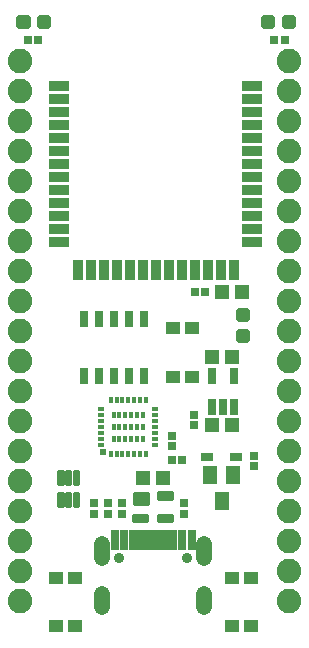
<source format=gbr>
G04 EAGLE Gerber RS-274X export*
G75*
%MOMM*%
%FSLAX34Y34*%
%LPD*%
%INSoldermask Top*%
%IPPOS*%
%AMOC8*
5,1,8,0,0,1.08239X$1,22.5*%
G01*
%ADD10R,1.703200X0.853200*%
%ADD11R,0.853200X1.703200*%
%ADD12C,2.082800*%
%ADD13R,0.300000X0.600000*%
%ADD14R,0.600000X0.300000*%
%ADD15R,0.500000X0.500000*%
%ADD16R,0.753200X1.403200*%
%ADD17R,1.203200X1.103200*%
%ADD18C,0.505344*%
%ADD19R,0.743200X0.803200*%
%ADD20R,1.303200X1.203200*%
%ADD21R,0.803200X0.743200*%
%ADD22R,0.803200X1.653200*%
%ADD23R,0.503200X1.653200*%
%ADD24C,1.361200*%
%ADD25C,0.903200*%
%ADD26C,0.404144*%
%ADD27R,1.203200X1.603200*%
%ADD28R,1.003200X0.803200*%
%ADD29C,0.453416*%
%ADD30C,0.349006*%
%ADD31R,0.711200X1.473200*%


D10*
X43100Y453400D03*
X43100Y442400D03*
X43100Y431400D03*
X43100Y420400D03*
X43100Y409400D03*
X43100Y398400D03*
X43100Y387400D03*
X43100Y376400D03*
X43100Y365400D03*
X43100Y354400D03*
X43100Y343400D03*
X43100Y332400D03*
D11*
X59300Y308900D03*
X70300Y308900D03*
X81300Y308900D03*
X92300Y308900D03*
X103300Y308900D03*
X114300Y308900D03*
X125300Y308900D03*
D10*
X43100Y464400D03*
X207000Y453400D03*
X207000Y442400D03*
X207000Y431400D03*
X207000Y420400D03*
X207000Y409400D03*
X207000Y398400D03*
X207000Y387400D03*
X207000Y376400D03*
X207000Y365400D03*
X207000Y354400D03*
X207000Y343400D03*
X207000Y332400D03*
X207000Y464400D03*
D11*
X136300Y308900D03*
X147300Y308900D03*
X158300Y308900D03*
X169300Y308900D03*
X180300Y308900D03*
X191300Y308900D03*
D12*
X10000Y29000D03*
X10000Y54400D03*
X10000Y79800D03*
X10000Y105200D03*
X10000Y130600D03*
X10000Y156000D03*
X10000Y181400D03*
X10000Y206800D03*
X10000Y232200D03*
X10000Y257600D03*
X10000Y283000D03*
X10000Y308400D03*
X10000Y333800D03*
X10000Y359200D03*
X10000Y384600D03*
X10000Y410000D03*
X10000Y435400D03*
X10000Y460800D03*
X10000Y486200D03*
X238300Y29000D03*
X238300Y54400D03*
X238300Y79800D03*
X238300Y105200D03*
X238300Y130600D03*
X238300Y156000D03*
X238300Y181400D03*
X238300Y206800D03*
X238300Y232200D03*
X238300Y257600D03*
X238300Y283000D03*
X238300Y308400D03*
X238300Y333800D03*
X238300Y359200D03*
X238300Y384600D03*
X238300Y410000D03*
X238300Y435400D03*
X238300Y460800D03*
X238300Y486200D03*
D13*
X87000Y153000D03*
X92000Y153000D03*
X97000Y153000D03*
X102000Y153000D03*
X107000Y153000D03*
X112000Y153000D03*
X117000Y153000D03*
D14*
X125000Y161000D03*
X125000Y166000D03*
X125000Y171000D03*
X125000Y176000D03*
X125000Y181000D03*
X125000Y186000D03*
X125000Y191000D03*
D13*
X117000Y199000D03*
X112000Y199000D03*
X107000Y199000D03*
X102000Y199000D03*
X97000Y199000D03*
X92000Y199000D03*
X87000Y199000D03*
D14*
X79000Y191000D03*
X79000Y186000D03*
X79000Y181000D03*
X79000Y176000D03*
X79000Y171000D03*
X79000Y166000D03*
X79000Y161000D03*
D15*
X80975Y154975D03*
D13*
X89500Y166000D03*
X89500Y176000D03*
X89500Y186000D03*
X94500Y166000D03*
X94500Y176000D03*
X94500Y186000D03*
X99500Y166000D03*
X99500Y176000D03*
X99500Y186000D03*
X104500Y166000D03*
X104500Y176000D03*
X104500Y186000D03*
X109500Y166000D03*
X109500Y176000D03*
X109500Y186000D03*
X114500Y166000D03*
X114500Y176000D03*
X114500Y186000D03*
D16*
X172500Y192999D03*
X182000Y192999D03*
X191500Y192999D03*
X191500Y219001D03*
X172500Y219001D03*
D17*
X41000Y48500D03*
X57000Y48500D03*
X57000Y7500D03*
X41000Y7500D03*
X140000Y259500D03*
X156000Y259500D03*
X156000Y218500D03*
X140000Y218500D03*
D18*
X16720Y515510D02*
X16720Y522490D01*
X16720Y515510D02*
X9740Y515510D01*
X9740Y522490D01*
X16720Y522490D01*
X16720Y520310D02*
X9740Y520310D01*
X34260Y522490D02*
X34260Y515510D01*
X27280Y515510D01*
X27280Y522490D01*
X34260Y522490D01*
X34260Y520310D02*
X27280Y520310D01*
X234280Y522490D02*
X234280Y515510D01*
X234280Y522490D02*
X241260Y522490D01*
X241260Y515510D01*
X234280Y515510D01*
X234280Y520310D02*
X241260Y520310D01*
X216740Y522490D02*
X216740Y515510D01*
X216740Y522490D02*
X223720Y522490D01*
X223720Y515510D01*
X216740Y515510D01*
X216740Y520310D02*
X223720Y520310D01*
D19*
X225680Y504000D03*
X234320Y504000D03*
X25320Y504000D03*
X16680Y504000D03*
D20*
X173000Y178000D03*
X190000Y178000D03*
X173000Y235000D03*
X190000Y235000D03*
D19*
X158680Y290000D03*
X167320Y290000D03*
D20*
X181500Y290000D03*
X198500Y290000D03*
D17*
X190000Y48500D03*
X206000Y48500D03*
X206000Y7500D03*
X190000Y7500D03*
D21*
X158000Y186320D03*
X158000Y177680D03*
D22*
X90500Y79950D03*
X98500Y79950D03*
D23*
X120500Y79950D03*
X115500Y79950D03*
X110500Y79950D03*
X105500Y79950D03*
X125500Y79950D03*
X130500Y79950D03*
X135500Y79950D03*
X140500Y79950D03*
D22*
X147500Y79950D03*
X155500Y79950D03*
D24*
X79800Y76590D02*
X79800Y65010D01*
X166200Y65010D02*
X166200Y76590D01*
X79800Y34790D02*
X79800Y23210D01*
X166200Y23210D02*
X166200Y34790D01*
D25*
X94100Y65500D03*
X151900Y65500D03*
D21*
X85000Y111320D03*
X85000Y102680D03*
X97000Y102680D03*
X97000Y111320D03*
X149000Y102680D03*
X149000Y111320D03*
D20*
X114500Y133000D03*
X131500Y133000D03*
D21*
X139000Y168320D03*
X139000Y159680D03*
D26*
X56504Y137646D02*
X56504Y128754D01*
X56504Y137646D02*
X58496Y137646D01*
X58496Y128754D01*
X56504Y128754D01*
X56504Y132593D02*
X58496Y132593D01*
X58496Y136432D02*
X56504Y136432D01*
X50004Y137646D02*
X50004Y128754D01*
X50004Y137646D02*
X51996Y137646D01*
X51996Y128754D01*
X50004Y128754D01*
X50004Y132593D02*
X51996Y132593D01*
X51996Y136432D02*
X50004Y136432D01*
X43504Y137646D02*
X43504Y128754D01*
X43504Y137646D02*
X45496Y137646D01*
X45496Y128754D01*
X43504Y128754D01*
X43504Y132593D02*
X45496Y132593D01*
X45496Y136432D02*
X43504Y136432D01*
X45496Y119246D02*
X45496Y110354D01*
X43504Y110354D01*
X43504Y119246D01*
X45496Y119246D01*
X45496Y114193D02*
X43504Y114193D01*
X43504Y118032D02*
X45496Y118032D01*
X51996Y119246D02*
X51996Y110354D01*
X50004Y110354D01*
X50004Y119246D01*
X51996Y119246D01*
X51996Y114193D02*
X50004Y114193D01*
X50004Y118032D02*
X51996Y118032D01*
X58496Y119246D02*
X58496Y110354D01*
X56504Y110354D01*
X56504Y119246D01*
X58496Y119246D01*
X58496Y114193D02*
X56504Y114193D01*
X56504Y118032D02*
X58496Y118032D01*
D18*
X195510Y267280D02*
X202490Y267280D01*
X195510Y267280D02*
X195510Y274260D01*
X202490Y274260D01*
X202490Y267280D01*
X202490Y272080D02*
X195510Y272080D01*
X195510Y249740D02*
X202490Y249740D01*
X195510Y249740D02*
X195510Y256720D01*
X202490Y256720D01*
X202490Y249740D01*
X202490Y254540D02*
X195510Y254540D01*
D19*
X138680Y148000D03*
X147320Y148000D03*
D21*
X73000Y111320D03*
X73000Y102680D03*
D27*
X181000Y113000D03*
X171500Y135000D03*
X190500Y135000D03*
D28*
X168500Y151000D03*
X193500Y151000D03*
D21*
X208000Y142680D03*
X208000Y151320D03*
D29*
X117399Y111901D02*
X107501Y111901D01*
X107501Y119299D01*
X117399Y119299D01*
X117399Y111901D01*
X117399Y116208D02*
X107501Y116208D01*
D30*
X106979Y96179D02*
X117921Y96179D01*
X106979Y96179D02*
X106979Y100621D01*
X117921Y100621D01*
X117921Y96179D01*
X117921Y99494D02*
X106979Y99494D01*
X128079Y96179D02*
X139021Y96179D01*
X128079Y96179D02*
X128079Y100621D01*
X139021Y100621D01*
X139021Y96179D01*
X139021Y99494D02*
X128079Y99494D01*
X128079Y115379D02*
X139021Y115379D01*
X128079Y115379D02*
X128079Y119821D01*
X139021Y119821D01*
X139021Y115379D01*
X139021Y118694D02*
X128079Y118694D01*
D31*
X90000Y267130D03*
X102700Y267130D03*
X115400Y267130D03*
X77300Y267130D03*
X64600Y267130D03*
X64600Y218870D03*
X77300Y218870D03*
X90000Y218870D03*
X102700Y218870D03*
X115400Y218870D03*
M02*

</source>
